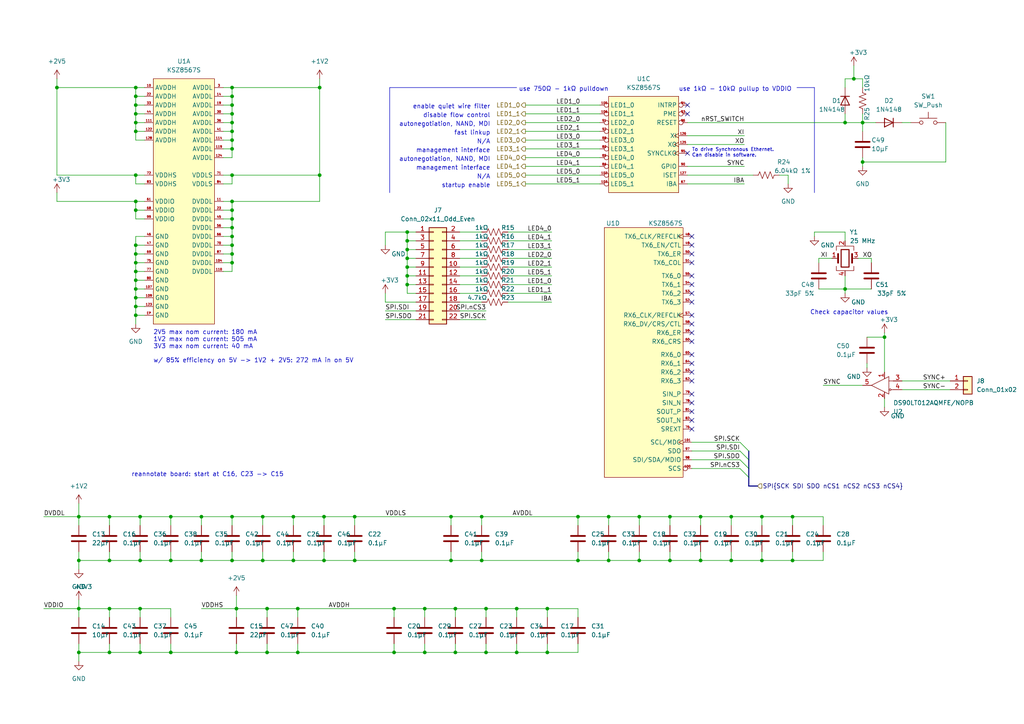
<source format=kicad_sch>
(kicad_sch (version 20230121) (generator eeschema)
  (paper "A4")
  (junction (at 92.71 25.4))
  (junction (at 39.37 33.02))
  (junction (at 76.2 162.56))
  (junction (at 149.86 176.53))
  (junction (at 67.31 58.42))
  (junction (at 176.53 149.86))
  (junction (at 40.64 176.53))
  (junction (at 139.7 149.86))
  (junction (at 39.37 35.56))
  (junction (at 68.58 176.53))
  (junction (at 140.97 189.23))
  (junction (at 67.31 38.1))
  (junction (at 67.31 40.64))
  (junction (at 212.09 149.86))
  (junction (at 132.08 176.53))
  (junction (at 140.97 176.53))
  (junction (at 39.37 50.8))
  (junction (at 118.11 74.93))
  (junction (at 67.31 68.58))
  (junction (at 85.09 149.86))
  (junction (at 67.31 71.12))
  (junction (at 39.37 58.42))
  (junction (at 39.37 27.94))
  (junction (at 118.11 67.31))
  (junction (at 167.64 149.86))
  (junction (at 93.98 149.86))
  (junction (at 229.87 162.56))
  (junction (at 194.31 162.56))
  (junction (at 22.86 189.23))
  (junction (at 58.42 162.56))
  (junction (at 158.75 189.23))
  (junction (at 77.47 176.53))
  (junction (at 132.08 189.23))
  (junction (at 39.37 25.4))
  (junction (at 31.75 176.53))
  (junction (at 39.37 30.48))
  (junction (at 39.37 88.9))
  (junction (at 250.19 46.99))
  (junction (at 39.37 81.28))
  (junction (at 67.31 66.04))
  (junction (at 39.37 71.12))
  (junction (at 67.31 25.4))
  (junction (at 130.81 162.56))
  (junction (at 167.64 162.56))
  (junction (at 185.42 149.86))
  (junction (at 149.86 189.23))
  (junction (at 102.87 162.56))
  (junction (at 114.3 176.53))
  (junction (at 77.47 189.23))
  (junction (at 39.37 60.96))
  (junction (at 67.31 33.02))
  (junction (at 245.11 35.56))
  (junction (at 185.42 162.56))
  (junction (at 118.11 82.55))
  (junction (at 22.86 162.56))
  (junction (at 49.53 149.86))
  (junction (at 118.11 80.01))
  (junction (at 39.37 78.74))
  (junction (at 22.86 176.53))
  (junction (at 67.31 60.96))
  (junction (at 40.64 189.23))
  (junction (at 118.11 72.39))
  (junction (at 40.64 149.86))
  (junction (at 67.31 73.66))
  (junction (at 39.37 83.82))
  (junction (at 86.36 189.23))
  (junction (at 67.31 149.86))
  (junction (at 220.98 162.56))
  (junction (at 86.36 176.53))
  (junction (at 123.19 176.53))
  (junction (at 67.31 35.56))
  (junction (at 58.42 149.86))
  (junction (at 39.37 86.36))
  (junction (at 256.54 97.79))
  (junction (at 139.7 162.56))
  (junction (at 176.53 162.56))
  (junction (at 67.31 27.94))
  (junction (at 31.75 149.86))
  (junction (at 229.87 149.86))
  (junction (at 31.75 189.23))
  (junction (at 93.98 162.56))
  (junction (at 203.2 149.86))
  (junction (at 49.53 162.56))
  (junction (at 130.81 149.86))
  (junction (at 40.64 162.56))
  (junction (at 220.98 149.86))
  (junction (at 22.86 149.86))
  (junction (at 123.19 189.23))
  (junction (at 158.75 176.53))
  (junction (at 39.37 38.1))
  (junction (at 39.37 73.66))
  (junction (at 102.87 149.86))
  (junction (at 245.11 83.82))
  (junction (at 247.65 22.86))
  (junction (at 16.51 25.4))
  (junction (at 67.31 30.48))
  (junction (at 39.37 76.2))
  (junction (at 49.53 189.23))
  (junction (at 212.09 162.56))
  (junction (at 68.58 189.23))
  (junction (at 118.11 77.47))
  (junction (at 76.2 149.86))
  (junction (at 92.71 50.8))
  (junction (at 203.2 162.56))
  (junction (at 67.31 43.18))
  (junction (at 67.31 63.5))
  (junction (at 31.75 162.56))
  (junction (at 85.09 162.56))
  (junction (at 118.11 69.85))
  (junction (at 250.19 35.56))
  (junction (at 114.3 189.23))
  (junction (at 67.31 162.56))
  (junction (at 194.31 149.86))
  (junction (at 67.31 76.2))
  (junction (at 39.37 91.44))
  (junction (at 67.31 50.8))
  (no_connect (at 199.39 30.48))
  (no_connect (at 199.39 33.02))
  (no_connect (at 199.39 44.45))
  (no_connect (at 200.66 71.12))
  (no_connect (at 200.66 68.58))
  (no_connect (at 200.66 76.2))
  (no_connect (at 200.66 80.01))
  (no_connect (at 200.66 124.46))
  (no_connect (at 200.66 73.66))
  (no_connect (at 200.66 110.49))
  (no_connect (at 200.66 114.3))
  (no_connect (at 200.66 116.84))
  (no_connect (at 200.66 119.38))
  (no_connect (at 200.66 121.92))
  (no_connect (at 200.66 96.52))
  (no_connect (at 200.66 99.06))
  (no_connect (at 200.66 102.87))
  (no_connect (at 200.66 105.41))
  (no_connect (at 200.66 107.95))
  (no_connect (at 200.66 82.55))
  (no_connect (at 200.66 85.09))
  (no_connect (at 200.66 87.63))
  (no_connect (at 200.66 91.44))
  (no_connect (at 200.66 93.98))
  (bus_entry (at 214.63 130.81) (size 2.54 2.54))
  (bus_entry (at 214.63 128.27) (size 2.54 2.54))
  (bus_entry (at 214.63 133.35) (size 2.54 2.54))
  (bus_entry (at 214.63 135.89) (size 2.54 2.54))
  (wire (pts (xy 199.39 35.56) (xy 245.11 35.56)))
  (wire (pts (xy 40.64 149.86) (xy 49.53 149.86)))
  (wire (pts (xy 41.91 58.42) (xy 39.37 58.42)))
  (wire (pts (xy 39.37 40.64) (xy 41.91 40.64)))
  (wire (pts (xy 152.4 35.56) (xy 173.99 35.56)))
  (wire (pts (xy 158.75 189.23) (xy 149.86 189.23)))
  (wire (pts (xy 111.76 92.71) (xy 120.65 92.71)))
  (wire (pts (xy 12.7 176.53) (xy 22.86 176.53)))
  (wire (pts (xy 220.98 162.56) (xy 229.87 162.56)))
  (wire (pts (xy 67.31 68.58) (xy 67.31 66.04)))
  (wire (pts (xy 31.75 176.53) (xy 31.75 179.07)))
  (wire (pts (xy 77.47 186.69) (xy 77.47 189.23)))
  (wire (pts (xy 68.58 176.53) (xy 77.47 176.53)))
  (wire (pts (xy 132.08 176.53) (xy 140.97 176.53)))
  (wire (pts (xy 176.53 149.86) (xy 185.42 149.86)))
  (wire (pts (xy 123.19 176.53) (xy 123.19 179.07)))
  (wire (pts (xy 118.11 72.39) (xy 118.11 74.93)))
  (wire (pts (xy 152.4 48.26) (xy 173.99 48.26)))
  (wire (pts (xy 58.42 160.02) (xy 58.42 162.56)))
  (wire (pts (xy 39.37 73.66) (xy 39.37 76.2)))
  (wire (pts (xy 76.2 149.86) (xy 85.09 149.86)))
  (wire (pts (xy 16.51 50.8) (xy 39.37 50.8)))
  (wire (pts (xy 245.11 22.86) (xy 247.65 22.86)))
  (wire (pts (xy 140.97 186.69) (xy 140.97 189.23)))
  (wire (pts (xy 67.31 63.5) (xy 67.31 60.96)))
  (polyline (pts (xy 351.79 71.12) (xy 351.79 69.85)) (stroke (width 0) (type solid) (color 194 0 194 1)))
  (wire (pts (xy 118.11 74.93) (xy 120.65 74.93)))
  (wire (pts (xy 133.35 92.71) (xy 140.97 92.71)))
  (wire (pts (xy 118.11 67.31) (xy 118.11 69.85)))
  (wire (pts (xy 245.11 22.86) (xy 245.11 25.4)))
  (wire (pts (xy 39.37 63.5) (xy 41.91 63.5)))
  (wire (pts (xy 194.31 160.02) (xy 194.31 162.56)))
  (wire (pts (xy 64.77 58.42) (xy 67.31 58.42)))
  (wire (pts (xy 58.42 149.86) (xy 58.42 152.4)))
  (wire (pts (xy 92.71 58.42) (xy 92.71 50.8)))
  (wire (pts (xy 67.31 149.86) (xy 76.2 149.86)))
  (wire (pts (xy 194.31 149.86) (xy 203.2 149.86)))
  (wire (pts (xy 199.39 39.37) (xy 215.9 39.37)))
  (wire (pts (xy 22.86 162.56) (xy 22.86 165.1)))
  (wire (pts (xy 31.75 186.69) (xy 31.75 189.23)))
  (wire (pts (xy 68.58 172.72) (xy 68.58 176.53)))
  (wire (pts (xy 16.51 25.4) (xy 16.51 50.8)))
  (wire (pts (xy 67.31 38.1) (xy 67.31 40.64)))
  (wire (pts (xy 49.53 189.23) (xy 40.64 189.23)))
  (wire (pts (xy 111.76 90.17) (xy 120.65 90.17)))
  (wire (pts (xy 229.87 149.86) (xy 229.87 152.4)))
  (wire (pts (xy 67.31 40.64) (xy 67.31 43.18)))
  (wire (pts (xy 39.37 83.82) (xy 41.91 83.82)))
  (wire (pts (xy 132.08 189.23) (xy 123.19 189.23)))
  (wire (pts (xy 250.19 33.02) (xy 250.19 35.56)))
  (wire (pts (xy 64.77 45.72) (xy 67.31 45.72)))
  (wire (pts (xy 118.11 80.01) (xy 120.65 80.01)))
  (wire (pts (xy 39.37 38.1) (xy 41.91 38.1)))
  (wire (pts (xy 132.08 176.53) (xy 132.08 179.07)))
  (wire (pts (xy 39.37 81.28) (xy 41.91 81.28)))
  (wire (pts (xy 68.58 189.23) (xy 68.58 186.69)))
  (wire (pts (xy 152.4 53.34) (xy 173.99 53.34)))
  (wire (pts (xy 22.86 176.53) (xy 22.86 179.07)))
  (wire (pts (xy 67.31 43.18) (xy 64.77 43.18)))
  (polyline (pts (xy 365.76 69.85) (xy 365.76 71.12)) (stroke (width 0) (type solid) (color 194 0 194 1)))
  (wire (pts (xy 158.75 176.53) (xy 167.64 176.53)))
  (wire (pts (xy 237.49 74.93) (xy 241.3 74.93)))
  (wire (pts (xy 111.76 87.63) (xy 120.65 87.63)))
  (wire (pts (xy 149.86 186.69) (xy 149.86 189.23)))
  (wire (pts (xy 114.3 186.69) (xy 114.3 189.23)))
  (wire (pts (xy 238.76 162.56) (xy 238.76 160.02)))
  (wire (pts (xy 167.64 186.69) (xy 167.64 189.23)))
  (wire (pts (xy 31.75 160.02) (xy 31.75 162.56)))
  (wire (pts (xy 67.31 45.72) (xy 67.31 43.18)))
  (wire (pts (xy 229.87 162.56) (xy 229.87 160.02)))
  (wire (pts (xy 58.42 162.56) (xy 49.53 162.56)))
  (wire (pts (xy 67.31 60.96) (xy 67.31 58.42)))
  (wire (pts (xy 220.98 162.56) (xy 212.09 162.56)))
  (wire (pts (xy 85.09 162.56) (xy 93.98 162.56)))
  (wire (pts (xy 67.31 35.56) (xy 67.31 38.1)))
  (wire (pts (xy 64.77 27.94) (xy 67.31 27.94)))
  (wire (pts (xy 67.31 78.74) (xy 67.31 76.2)))
  (wire (pts (xy 39.37 27.94) (xy 39.37 30.48)))
  (wire (pts (xy 133.35 80.01) (xy 139.7 80.01)))
  (polyline (pts (xy 365.76 71.12) (xy 351.79 71.12)) (stroke (width 0) (type solid) (color 194 0 194 1)))
  (wire (pts (xy 123.19 176.53) (xy 132.08 176.53)))
  (wire (pts (xy 39.37 88.9) (xy 41.91 88.9)))
  (wire (pts (xy 149.86 176.53) (xy 158.75 176.53)))
  (wire (pts (xy 22.86 189.23) (xy 22.86 186.69)))
  (wire (pts (xy 64.77 53.34) (xy 67.31 53.34)))
  (wire (pts (xy 200.66 135.89) (xy 214.63 135.89)))
  (wire (pts (xy 158.75 176.53) (xy 158.75 179.07)))
  (wire (pts (xy 118.11 67.31) (xy 111.76 67.31)))
  (wire (pts (xy 64.77 33.02) (xy 67.31 33.02)))
  (wire (pts (xy 245.11 69.85) (xy 245.11 67.31)))
  (wire (pts (xy 40.64 149.86) (xy 40.64 152.4)))
  (wire (pts (xy 185.42 149.86) (xy 185.42 152.4)))
  (wire (pts (xy 67.31 160.02) (xy 67.31 162.56)))
  (wire (pts (xy 67.31 25.4) (xy 92.71 25.4)))
  (wire (pts (xy 237.49 76.2) (xy 237.49 74.93)))
  (wire (pts (xy 67.31 50.8) (xy 64.77 50.8)))
  (wire (pts (xy 274.32 35.56) (xy 274.32 46.99)))
  (wire (pts (xy 39.37 91.44) (xy 41.91 91.44)))
  (wire (pts (xy 152.4 43.18) (xy 173.99 43.18)))
  (wire (pts (xy 245.11 80.01) (xy 245.11 83.82)))
  (wire (pts (xy 76.2 162.56) (xy 67.31 162.56)))
  (wire (pts (xy 133.35 77.47) (xy 139.7 77.47)))
  (wire (pts (xy 133.35 74.93) (xy 139.7 74.93)))
  (wire (pts (xy 67.31 33.02) (xy 67.31 35.56)))
  (wire (pts (xy 67.31 73.66) (xy 67.31 71.12)))
  (wire (pts (xy 114.3 176.53) (xy 114.3 179.07)))
  (wire (pts (xy 22.86 146.05) (xy 22.86 149.86)))
  (wire (pts (xy 140.97 176.53) (xy 149.86 176.53)))
  (wire (pts (xy 67.31 30.48) (xy 67.31 33.02)))
  (wire (pts (xy 85.09 152.4) (xy 85.09 149.86)))
  (wire (pts (xy 93.98 162.56) (xy 93.98 160.02)))
  (wire (pts (xy 49.53 160.02) (xy 49.53 162.56)))
  (wire (pts (xy 39.37 71.12) (xy 39.37 73.66)))
  (wire (pts (xy 39.37 27.94) (xy 41.91 27.94)))
  (wire (pts (xy 140.97 176.53) (xy 140.97 179.07)))
  (wire (pts (xy 199.39 41.91) (xy 215.9 41.91)))
  (wire (pts (xy 147.32 74.93) (xy 160.02 74.93)))
  (wire (pts (xy 85.09 160.02) (xy 85.09 162.56)))
  (wire (pts (xy 212.09 160.02) (xy 212.09 162.56)))
  (wire (pts (xy 237.49 83.82) (xy 245.11 83.82)))
  (wire (pts (xy 67.31 73.66) (xy 64.77 73.66)))
  (wire (pts (xy 118.11 80.01) (xy 118.11 82.55)))
  (wire (pts (xy 39.37 83.82) (xy 39.37 86.36)))
  (wire (pts (xy 31.75 149.86) (xy 40.64 149.86)))
  (wire (pts (xy 118.11 82.55) (xy 118.11 85.09)))
  (wire (pts (xy 152.4 38.1) (xy 173.99 38.1)))
  (wire (pts (xy 250.19 35.56) (xy 254 35.56)))
  (wire (pts (xy 167.64 189.23) (xy 158.75 189.23)))
  (wire (pts (xy 39.37 73.66) (xy 41.91 73.66)))
  (wire (pts (xy 67.31 25.4) (xy 67.31 27.94)))
  (wire (pts (xy 229.87 149.86) (xy 220.98 149.86)))
  (wire (pts (xy 85.09 162.56) (xy 76.2 162.56)))
  (wire (pts (xy 67.31 162.56) (xy 58.42 162.56)))
  (wire (pts (xy 67.31 66.04) (xy 64.77 66.04)))
  (wire (pts (xy 226.06 50.8) (xy 228.6 50.8)))
  (wire (pts (xy 167.64 149.86) (xy 167.64 152.4)))
  (wire (pts (xy 245.11 85.09) (xy 245.11 83.82)))
  (wire (pts (xy 16.51 22.86) (xy 16.51 25.4)))
  (wire (pts (xy 236.22 67.31) (xy 236.22 68.58)))
  (wire (pts (xy 39.37 78.74) (xy 41.91 78.74)))
  (wire (pts (xy 130.81 149.86) (xy 139.7 149.86)))
  (wire (pts (xy 140.97 189.23) (xy 132.08 189.23)))
  (wire (pts (xy 39.37 76.2) (xy 41.91 76.2)))
  (wire (pts (xy 147.32 69.85) (xy 160.02 69.85)))
  (wire (pts (xy 49.53 162.56) (xy 40.64 162.56)))
  (wire (pts (xy 40.64 160.02) (xy 40.64 162.56)))
  (wire (pts (xy 39.37 33.02) (xy 39.37 35.56)))
  (wire (pts (xy 123.19 189.23) (xy 114.3 189.23)))
  (wire (pts (xy 64.77 30.48) (xy 67.31 30.48)))
  (wire (pts (xy 86.36 186.69) (xy 86.36 189.23)))
  (wire (pts (xy 200.66 130.81) (xy 214.63 130.81)))
  (wire (pts (xy 39.37 50.8) (xy 41.91 50.8)))
  (wire (pts (xy 139.7 162.56) (xy 167.64 162.56)))
  (wire (pts (xy 102.87 152.4) (xy 102.87 149.86)))
  (wire (pts (xy 147.32 87.63) (xy 160.02 87.63)))
  (wire (pts (xy 176.53 160.02) (xy 176.53 162.56)))
  (wire (pts (xy 76.2 149.86) (xy 76.2 152.4)))
  (wire (pts (xy 194.31 162.56) (xy 185.42 162.56)))
  (wire (pts (xy 264.16 35.56) (xy 261.62 35.56)))
  (wire (pts (xy 16.51 55.88) (xy 16.51 58.42)))
  (wire (pts (xy 41.91 68.58) (xy 39.37 68.58)))
  (wire (pts (xy 133.35 90.17) (xy 140.97 90.17)))
  (wire (pts (xy 49.53 149.86) (xy 58.42 149.86)))
  (wire (pts (xy 158.75 186.69) (xy 158.75 189.23)))
  (wire (pts (xy 16.51 25.4) (xy 39.37 25.4)))
  (wire (pts (xy 245.11 35.56) (xy 250.19 35.56)))
  (wire (pts (xy 39.37 58.42) (xy 39.37 60.96)))
  (wire (pts (xy 139.7 149.86) (xy 167.64 149.86)))
  (wire (pts (xy 118.11 72.39) (xy 120.65 72.39)))
  (wire (pts (xy 139.7 160.02) (xy 139.7 162.56)))
  (bus (pts (xy 217.17 140.97) (xy 219.71 140.97)))
  (polyline (pts (xy 236.22 25.4) (xy 236.22 55.88)))
  (wire (pts (xy 64.77 76.2) (xy 67.31 76.2)))
  (wire (pts (xy 49.53 149.86) (xy 49.53 152.4)))
  (wire (pts (xy 245.11 67.31) (xy 236.22 67.31)))
  (wire (pts (xy 247.65 22.86) (xy 250.19 22.86)))
  (wire (pts (xy 247.65 19.05) (xy 247.65 22.86)))
  (wire (pts (xy 86.36 176.53) (xy 86.36 179.07)))
  (wire (pts (xy 147.32 85.09) (xy 160.02 85.09)))
  (wire (pts (xy 92.71 25.4) (xy 92.71 50.8)))
  (wire (pts (xy 31.75 162.56) (xy 22.86 162.56)))
  (wire (pts (xy 118.11 77.47) (xy 120.65 77.47)))
  (wire (pts (xy 111.76 67.31) (xy 111.76 71.12)))
  (wire (pts (xy 31.75 189.23) (xy 22.86 189.23)))
  (wire (pts (xy 93.98 149.86) (xy 85.09 149.86)))
  (wire (pts (xy 102.87 149.86) (xy 130.81 149.86)))
  (wire (pts (xy 39.37 30.48) (xy 39.37 33.02)))
  (polyline (pts (xy 149.86 25.4) (xy 113.03 25.4)))
  (wire (pts (xy 67.31 149.86) (xy 67.31 152.4)))
  (wire (pts (xy 64.77 40.64) (xy 67.31 40.64)))
  (wire (pts (xy 39.37 33.02) (xy 41.91 33.02)))
  (wire (pts (xy 31.75 176.53) (xy 40.64 176.53)))
  (wire (pts (xy 114.3 176.53) (xy 123.19 176.53)))
  (bus (pts (xy 217.17 135.89) (xy 217.17 138.43)))
  (wire (pts (xy 67.31 71.12) (xy 64.77 71.12)))
  (wire (pts (xy 86.36 176.53) (xy 114.3 176.53)))
  (wire (pts (xy 40.64 189.23) (xy 31.75 189.23)))
  (wire (pts (xy 40.64 186.69) (xy 40.64 189.23)))
  (wire (pts (xy 238.76 149.86) (xy 229.87 149.86)))
  (wire (pts (xy 39.37 88.9) (xy 39.37 91.44)))
  (wire (pts (xy 133.35 72.39) (xy 139.7 72.39)))
  (wire (pts (xy 39.37 86.36) (xy 41.91 86.36)))
  (wire (pts (xy 67.31 58.42) (xy 92.71 58.42)))
  (wire (pts (xy 67.31 71.12) (xy 67.31 68.58)))
  (wire (pts (xy 167.64 160.02) (xy 167.64 162.56)))
  (wire (pts (xy 102.87 162.56) (xy 102.87 160.02)))
  (wire (pts (xy 250.19 46.99) (xy 250.19 48.26)))
  (wire (pts (xy 152.4 45.72) (xy 173.99 45.72)))
  (wire (pts (xy 139.7 162.56) (xy 130.81 162.56)))
  (wire (pts (xy 199.39 50.8) (xy 218.44 50.8)))
  (wire (pts (xy 40.64 162.56) (xy 31.75 162.56)))
  (wire (pts (xy 185.42 160.02) (xy 185.42 162.56)))
  (wire (pts (xy 49.53 186.69) (xy 49.53 189.23)))
  (wire (pts (xy 149.86 189.23) (xy 140.97 189.23)))
  (wire (pts (xy 22.86 173.99) (xy 22.86 176.53)))
  (polyline (pts (xy 322.58 64.77) (xy 336.55 64.77)) (stroke (width 0) (type solid) (color 194 0 194 1)))
  (wire (pts (xy 133.35 69.85) (xy 139.7 69.85)))
  (wire (pts (xy 261.62 110.49) (xy 275.59 110.49)))
  (wire (pts (xy 250.19 35.56) (xy 250.19 38.1)))
  (wire (pts (xy 118.11 82.55) (xy 120.65 82.55)))
  (wire (pts (xy 256.54 97.79) (xy 256.54 107.95)))
  (wire (pts (xy 67.31 68.58) (xy 64.77 68.58)))
  (wire (pts (xy 68.58 176.53) (xy 68.58 179.07)))
  (wire (pts (xy 39.37 86.36) (xy 39.37 88.9)))
  (wire (pts (xy 76.2 160.02) (xy 76.2 162.56)))
  (wire (pts (xy 64.77 25.4) (xy 67.31 25.4)))
  (wire (pts (xy 39.37 91.44) (xy 39.37 93.98)))
  (wire (pts (xy 39.37 60.96) (xy 41.91 60.96)))
  (wire (pts (xy 67.31 66.04) (xy 67.31 63.5)))
  (wire (pts (xy 133.35 67.31) (xy 139.7 67.31)))
  (wire (pts (xy 199.39 53.34) (xy 215.9 53.34)))
  (wire (pts (xy 133.35 87.63) (xy 139.7 87.63)))
  (wire (pts (xy 133.35 82.55) (xy 139.7 82.55)))
  (wire (pts (xy 67.31 53.34) (xy 67.31 50.8)))
  (wire (pts (xy 93.98 162.56) (xy 102.87 162.56)))
  (wire (pts (xy 203.2 149.86) (xy 212.09 149.86)))
  (wire (pts (xy 199.39 48.26) (xy 215.9 48.26)))
  (wire (pts (xy 39.37 76.2) (xy 39.37 78.74)))
  (wire (pts (xy 77.47 176.53) (xy 77.47 179.07)))
  (wire (pts (xy 39.37 35.56) (xy 41.91 35.56)))
  (wire (pts (xy 58.42 149.86) (xy 67.31 149.86)))
  (wire (pts (xy 250.19 45.72) (xy 250.19 46.99)))
  (wire (pts (xy 40.64 176.53) (xy 40.64 179.07)))
  (wire (pts (xy 49.53 176.53) (xy 49.53 179.07)))
  (wire (pts (xy 256.54 115.57) (xy 256.54 118.11)))
  (wire (pts (xy 39.37 78.74) (xy 39.37 81.28)))
  (wire (pts (xy 245.11 33.02) (xy 245.11 35.56)))
  (wire (pts (xy 118.11 69.85) (xy 118.11 72.39)))
  (wire (pts (xy 77.47 189.23) (xy 68.58 189.23)))
  (wire (pts (xy 58.42 176.53) (xy 68.58 176.53)))
  (wire (pts (xy 67.31 27.94) (xy 67.31 30.48)))
  (wire (pts (xy 133.35 85.09) (xy 139.7 85.09)))
  (wire (pts (xy 39.37 53.34) (xy 39.37 50.8)))
  (wire (pts (xy 39.37 71.12) (xy 41.91 71.12)))
  (wire (pts (xy 194.31 149.86) (xy 194.31 152.4)))
  (wire (pts (xy 39.37 25.4) (xy 39.37 27.94)))
  (wire (pts (xy 220.98 152.4) (xy 220.98 149.86)))
  (polyline (pts (xy 231.14 25.4) (xy 236.22 25.4)))
  (wire (pts (xy 228.6 50.8) (xy 228.6 53.34)))
  (wire (pts (xy 152.4 50.8) (xy 173.99 50.8)))
  (polyline (pts (xy 351.79 69.85) (xy 365.76 69.85)) (stroke (width 0) (type solid) (color 194 0 194 1)))
  (wire (pts (xy 64.77 78.74) (xy 67.31 78.74)))
  (wire (pts (xy 16.51 58.42) (xy 39.37 58.42)))
  (wire (pts (xy 212.09 149.86) (xy 212.09 152.4)))
  (wire (pts (xy 118.11 77.47) (xy 118.11 80.01)))
  (wire (pts (xy 212.09 149.86) (xy 220.98 149.86)))
  (wire (pts (xy 67.31 50.8) (xy 92.71 50.8)))
  (wire (pts (xy 167.64 149.86) (xy 176.53 149.86)))
  (wire (pts (xy 64.77 35.56) (xy 67.31 35.56)))
  (wire (pts (xy 49.53 189.23) (xy 68.58 189.23)))
  (wire (pts (xy 118.11 74.93) (xy 118.11 77.47)))
  (wire (pts (xy 147.32 82.55) (xy 160.02 82.55)))
  (polyline (pts (xy 336.55 67.31) (xy 322.58 67.31)) (stroke (width 0) (type solid) (color 194 0 194 1)))
  (wire (pts (xy 123.19 186.69) (xy 123.19 189.23)))
  (wire (pts (xy 22.86 149.86) (xy 31.75 149.86)))
  (polyline (pts (xy 336.55 64.77) (xy 336.55 67.31)) (stroke (width 0) (type solid) (color 194 0 194 1)))
  (wire (pts (xy 39.37 81.28) (xy 39.37 83.82)))
  (wire (pts (xy 39.37 38.1) (xy 39.37 40.64)))
  (wire (pts (xy 39.37 30.48) (xy 41.91 30.48)))
  (wire (pts (xy 22.86 149.86) (xy 22.86 152.4)))
  (wire (pts (xy 41.91 25.4) (xy 39.37 25.4)))
  (wire (pts (xy 261.62 113.03) (xy 275.59 113.03)))
  (wire (pts (xy 245.11 83.82) (xy 252.73 83.82)))
  (polyline (pts (xy 113.03 25.4) (xy 113.03 55.88)))
  (wire (pts (xy 120.65 67.31) (xy 118.11 67.31)))
  (wire (pts (xy 212.09 162.56) (xy 203.2 162.56)))
  (wire (pts (xy 102.87 162.56) (xy 130.81 162.56)))
  (wire (pts (xy 86.36 189.23) (xy 77.47 189.23)))
  (wire (pts (xy 92.71 25.4) (xy 92.71 22.86)))
  (polyline (pts (xy 322.58 67.31) (xy 322.58 64.77)) (stroke (width 0) (type solid) (color 194 0 194 1)))
  (wire (pts (xy 118.11 85.09) (xy 120.65 85.09)))
  (wire (pts (xy 252.73 74.93) (xy 252.73 76.2)))
  (wire (pts (xy 77.47 176.53) (xy 86.36 176.53)))
  (wire (pts (xy 250.19 22.86) (xy 250.19 25.4)))
  (wire (pts (xy 39.37 60.96) (xy 39.37 63.5)))
  (wire (pts (xy 203.2 149.86) (xy 203.2 152.4)))
  (wire (pts (xy 130.81 160.02) (xy 130.81 162.56)))
  (wire (pts (xy 167.64 179.07) (xy 167.64 176.53)))
  (bus (pts (xy 217.17 133.35) (xy 217.17 135.89)))
  (wire (pts (xy 93.98 149.86) (xy 93.98 152.4)))
  (wire (pts (xy 139.7 149.86) (xy 139.7 152.4)))
  (wire (pts (xy 39.37 68.58) (xy 39.37 71.12)))
  (wire (pts (xy 118.11 69.85) (xy 120.65 69.85)))
  (wire (pts (xy 12.7 149.86) (xy 22.86 149.86)))
  (wire (pts (xy 41.91 53.34) (xy 39.37 53.34)))
  (wire (pts (xy 147.32 80.01) (xy 160.02 80.01)))
  (wire (pts (xy 203.2 162.56) (xy 194.31 162.56)))
  (wire (pts (xy 39.37 35.56) (xy 39.37 38.1)))
  (wire (pts (xy 111.76 85.09) (xy 111.76 87.63)))
  (wire (pts (xy 147.32 77.47) (xy 160.02 77.47)))
  (wire (pts (xy 238.76 111.76) (xy 250.19 111.76)))
  (wire (pts (xy 152.4 40.64) (xy 173.99 40.64)))
  (wire (pts (xy 147.32 67.31) (xy 160.02 67.31)))
  (wire (pts (xy 152.4 30.48) (xy 173.99 30.48)))
  (wire (pts (xy 149.86 176.53) (xy 149.86 179.07)))
  (bus (pts (xy 217.17 138.43) (xy 217.17 140.97)))
  (wire (pts (xy 251.46 106.68) (xy 251.46 105.41)))
  (wire (pts (xy 248.92 74.93) (xy 252.73 74.93)))
  (wire (pts (xy 176.53 149.86) (xy 176.53 152.4)))
  (wire (pts (xy 22.86 176.53) (xy 31.75 176.53)))
  (wire (pts (xy 185.42 149.86) (xy 194.31 149.86)))
  (wire (pts (xy 31.75 149.86) (xy 31.75 152.4)))
  (wire (pts (xy 147.32 72.39) (xy 160.02 72.39)))
  (wire (pts (xy 176.53 162.56) (xy 167.64 162.56)))
  (wire (pts (xy 229.87 162.56) (xy 238.76 162.56)))
  (wire (pts (xy 130.81 149.86) (xy 130.81 152.4)))
  (wire (pts (xy 22.86 162.56) (xy 22.86 160.02)))
  (wire (pts (xy 200.66 128.27) (xy 214.63 128.27)))
  (wire (pts (xy 220.98 160.02) (xy 220.98 162.56)))
  (wire (pts (xy 86.36 189.23) (xy 114.3 189.23)))
  (wire (pts (xy 67.31 63.5) (xy 64.77 63.5)))
  (wire (pts (xy 185.42 162.56) (xy 176.53 162.56)))
  (wire (pts (xy 64.77 38.1) (xy 67.31 38.1)))
  (wire (pts (xy 132.08 186.69) (xy 132.08 189.23)))
  (wire (pts (xy 102.87 149.86) (xy 93.98 149.86)))
  (wire (pts (xy 40.64 176.53) (xy 49.53 176.53)))
  (bus (pts (xy 217.17 130.81) (xy 217.17 133.35)))
  (wire (pts (xy 22.86 189.23) (xy 22.86 191.77)))
  (wire (pts (xy 67.31 60.96) (xy 64.77 60.96)))
  (wire (pts (xy 200.66 133.35) (xy 214.63 133.35)))
  (wire (pts (xy 238.76 152.4) (xy 238.76 149.86)))
  (wire (pts (xy 256.54 96.52) (xy 256.54 97.79)))
  (wire (pts (xy 67.31 76.2) (xy 67.31 73.66)))
  (wire (pts (xy 251.46 97.79) (xy 256.54 97.79)))
  (wire (pts (xy 152.4 33.02) (xy 173.99 33.02)))
  (wire (pts (xy 203.2 160.02) (xy 203.2 162.56)))
  (wire (pts (xy 274.32 46.99) (xy 250.19 46.99)))
  (text "autonegotiation, NAND, MDI" (at 142.24 36.83 0) (effects (font (size 1.27 1.27)) (justify right bottom)))
  (text "N/A" (at 142.24 41.91 0) (effects (font (size 1.27 1.27)) (justify right bottom)))
  (text "management interface" (at 142.24 44.45 0) (effects (font (size 1.27 1.27)) (justify right bottom)))
  (text "fast linkup" (at 142.24 39.37 0) (effects (font (size 1.27 1.27)) (justify right bottom)))
  (text "management interface" (at 142.24 49.53 0) (effects (font (size 1.27 1.27)) (justify right bottom)))
  (text "Pin				State 0 (active low)		State 1 (default)\n———————————————————————————————————————————————————————————\nLED1_0			en quiet wire			<= not\nLED1_1			dis flow cont.			<= not\nLED2_1			en fast linkup			<= not\nLED5_1			switch startup disabled	<= not\n\nPairs\n———————————————————————————————————————————————————————————\nLED2_0/LED4_0	if LED2_1 == 1\n					0/0: reserved\n					0/1: autoneg. disabled; force 100 Mbps, half duplex; Auto-MDI-X on\n					1/0: NAND tree test mode\n					1/1: autoneg. enabled (default)\n				if LED2_1 == 0\n					0/x: MDI-X mode\n					1/x: MDI mode\nLED4_1/LED3_1	sets management interface mode:\n				0/0: MIIM (MDIO)\n				0/1: I2C\n				1/0: SPI (default)\n\n\n" (at 303.53 107.95 0) (effects (font (size 1.27 1.27)) (justify left bottom)))
  (text "reannotate board: start at C16, C23 -> C15" (at 38.1 138.43 0) (effects (font (size 1.27 1.27)) (justify left bottom)))
  (text "disable flow control" (at 142.24 34.29 0) (effects (font (size 1.27 1.27)) (justify right bottom)))
  (text "2V5 max nom current: 180 mA\n1V2 max nom current: 505 mA\n3V3 max nom current: 40 mA\n\nw/ 85% efficiency on 5V -> 1V2 + 2V5: 272 mA in on 5V\n" (at 44.45 105.41 0) (effects (font (size 1.27 1.27)) (justify left bottom)))
  (text "Usage:\n- enable quiet wire filtering. read more about these settings.\n- maybe disable flow control? don't want to get PAUSEd in flight.\n- don't enable fast linkup. need other end of link to do the same for any benefit.\n\n- use 25 MHz clock.\n\n- watch for \"broadcast storm\" settings. shouldn't receive broadcast packets but don't let this get in the way of high-rate GS uplink.\n- can assign static MAC addresses to ports.\n- can filter packets by source or destination IPv4 address or TCP/UDP port. see ACL filtering.\n- can implement IEEE 1588 Precision Time Protocol! see if RPi supports this for sync---one less wire. inject signal on switch GPIO to get it timestamped.\n- consider board features for NAND tree test (of solder connections).\n- setup in-band management (IBA) with jumper and use SPI to configure a PHY port (from default port 7) for IBA use.\n- find a way to get all rail voltages up at the same time.\n\n- PME pin is intended to wake a system when communication detected. Don't use. \n- INTRP pin is just used for NAND tree test.\n\n- switch has 256 kB packet buffer shared for all ports. \n\n- read more about VLAN." (at 303.53 55.88 0) (effects (font (size 1.27 1.27)) (justify left bottom)))
  (text "To drive Synchronous Ethernet. \nCan disable in software." (at 200.66 45.72 0) (effects (font (size 1 1)) (justify left bottom)))
  (text "autonegotiation, NAND, MDI" (at 142.24 46.99 0) (effects (font (size 1.27 1.27)) (justify right bottom)))
  (text "N/A" (at 142.24 52.07 0) (effects (font (size 1.27 1.27)) (justify right bottom)))
  (text "use 750Ω - 1kΩ pulldown" (at 176.53 26.67 0) (effects (font (size 1.27 1.27)) (justify right bottom)))
  (text "enable quiet wire filter" (at 142.24 31.75 0) (effects (font (size 1.27 1.27)) (justify right bottom)))
  (text "use 1kΩ - 10kΩ pullup to VDDIO" (at 196.85 26.67 0) (effects (font (size 1.27 1.27)) (justify left bottom)))
  (text "Check capacitor values" (at 234.95 91.44 0) (effects (font (size 1.27 1.27)) (justify left bottom)))
  (text "startup enable" (at 142.24 54.61 0) (effects (font (size 1.27 1.27)) (justify right bottom)))
  (label "LED3_1" (at 161.29 43.18 0))
  (label "LED1_0" (at 161.29 30.48 0))
  (label "SPI.SDI" (at 214.63 130.81 180))
  (label "LED3_1" (at 160.02 72.39 180))
  (label "LED4_0" (at 161.29 45.72 0))
  (label "LED4_1" (at 160.02 69.85 180))
  (label "IBA" (at 215.9 53.34 180))
  (label "SYNC" (at 238.76 111.76 0))
  (label "VDDLS" (at 111.76 149.86 0))
  (label "XO" (at 215.9 41.91 180))
  (label "LED3_0" (at 161.29 40.64 0))
  (label "XO" (at 250.19 74.93 0))
  (label "LED5_1" (at 161.29 53.34 0))
  (label "nRST_SWITCH" (at 215.9 35.56 180))
  (label "LED2_0" (at 160.02 74.93 180))
  (label "LED1_0" (at 160.02 82.55 180))
  (label "LED2_0" (at 161.29 35.56 0))
  (label "IBA" (at 160.02 87.63 180))
  (label "LED2_1" (at 161.29 38.1 0))
  (label "XI" (at 240.03 74.93 180))
  (label "LED4_1" (at 161.29 48.26 0))
  (label "LED5_0" (at 161.29 50.8 0))
  (label "LED5_1" (at 160.02 80.01 180))
  (label "LED1_1" (at 160.02 85.09 180))
  (label "DVDDL" (at 12.7 149.86 0))
  (label "SPI.SDO" (at 111.76 92.71 0))
  (label "SPI.SDO" (at 214.63 133.35 180))
  (label "AVDDL" (at 148.59 149.86 0))
  (label "SPI.nCS3" (at 214.63 135.89 180))
  (label "LED1_1" (at 161.29 33.02 0))
  (label "AVDDH" (at 95.25 176.53 0))
  (label "SPI.SCK" (at 140.97 92.71 180))
  (label "SPI.nCS3" (at 140.97 90.17 180))
  (label "SYNC+" (at 274.32 110.49 180))
  (label "SPI.SDI" (at 111.76 90.17 0))
  (label "XI" (at 215.9 39.37 180))
  (label "LED4_0" (at 160.02 67.31 180))
  (label "VDDHS" (at 58.42 176.53 0))
  (label "SYNC" (at 215.9 48.26 180))
  (label "SPI.SCK" (at 214.63 128.27 180))
  (label "SYNC-" (at 274.32 113.03 180))
  (label "LED2_1" (at 160.02 77.47 180))
  (label "VDDIO" (at 12.7 176.53 0))
  (hierarchical_label "LED3_1" (shape output) (at 152.4 43.18 180))
  (hierarchical_label "LED5_1" (shape output) (at 152.4 53.34 180))
  (hierarchical_label "LED3_0" (shape output) (at 152.4 40.64 180))
  (hierarchical_label "LED2_1" (shape output) (at 152.4 38.1 180))
  (hierarchical_label "LED4_0" (shape output) (at 152.4 45.72 180))
  (hierarchical_label "LED4_1" (shape output) (at 152.4 48.26 180))
  (hierarchical_label "LED1_0" (shape output) (at 152.4 30.48 180))
  (hierarchical_label "LED1_1" (shape output) (at 152.4 33.02 180))
  (hierarchical_label "LED5_0" (shape output) (at 152.4 50.8 180))
  (hierarchical_label "LED2_0" (shape output) (at 152.4 35.56 180))
  (hierarchical_label "SPI{SCK SDI SDO nCS1 nCS2 nCS3 nCS4}" (shape input) (at 219.71 140.97 0))
  (symbol (lib_id "Device:R_US") (at 143.51 80.01 90) (unit 1)
    (property "Reference" "R20" (at 147.32 78.74 90))
    (property "Value" "1kΩ" (at 139.7 78.74 90))
    (property "Footprint" "Resistor_SMD:R_0402_1005Metric" (effects hide))
  )
  (symbol (lib_id "Device:C") (at 167.64 182.88 180) (unit 1)
    (property "Reference" "C31" (at 171.45 181.6099 0) (effects (justify right)))
    (property "Value" "0.1µF" (at 171.45 184.1499 0) (effects (justify right)))
    (property "Footprint" "Capacitor_SMD:C_0402_1005Metric" (effects hide))
  )
  (symbol (lib_id "Device:C") (at 238.76 156.21 180) (unit 1)
    (property "Reference" "C28" (at 242.57 154.9399 0) (effects (justify right)))
    (property "Value" "0.1µF" (at 242.57 157.4799 0) (effects (justify right)))
    (property "Footprint" "Capacitor_SMD:C_0402_1005Metric" (effects hide))
  )
  (symbol (lib_id "Device:C") (at 132.08 182.88 180) (unit 1)
    (property "Reference" "C27" (at 135.89 181.6099 0) (effects (justify right)))
    (property "Value" "0.1µF" (at 135.89 184.1499 0) (effects (justify right)))
    (property "Footprint" "Capacitor_SMD:C_0402_1005Metric" (effects hide))
  )
  (symbol (lib_id "Device:C") (at 251.46 101.6 180) (unit 1)
    (property "Reference" "C50" (at 242.57 100.33 0) (effects (justify right)))
    (property "Value" "0.1µF" (at 242.57 102.87 0) (effects (justify right)))
    (property "Footprint" "Capacitor_SMD:C_0402_1005Metric" (effects hide))
  )
  (symbol (lib_id "Device:C") (at 220.98 156.21 180) (unit 1)
    (property "Reference" "C21" (at 224.79 154.9399 0) (effects (justify right)))
    (property "Value" "0.1µF" (at 224.79 157.4799 0) (effects (justify right)))
    (property "Footprint" "Capacitor_SMD:C_0402_1005Metric" (effects hide))
  )
  (symbol (lib_id "power:+3V3") (at 247.65 19.05 0) (unit 1)
    (property "Reference" "#PWR034" (effects hide))
    (property "Value" "+3V3" (at 248.92 15.24 0))
  )
  (symbol (lib_id "power:+1V2") (at 92.71 22.86 0) (unit 1)
    (property "Reference" "#PWR028" (effects hide))
    (property "Value" "+1V2" (at 92.71 17.78 0))
  )
  (symbol (lib_id "Device:R_US") (at 143.51 77.47 90) (unit 1)
    (property "Reference" "R19" (at 147.32 76.2 90))
    (property "Value" "1kΩ" (at 139.7 76.2 90))
    (property "Footprint" "Resistor_SMD:R_0402_1005Metric" (effects hide))
  )
  (symbol (lib_id "Device:C") (at 102.87 156.21 180) (unit 1)
    (property "Reference" "C22" (at 106.68 154.9399 0) (effects (justify right)))
    (property "Value" "0.1µF" (at 106.68 157.4799 0) (effects (justify right)))
    (property "Footprint" "Capacitor_SMD:C_0402_1005Metric" (effects hide))
  )
  (symbol (lib_id "Interface_Ethernet:KSZ8567S") (at 186.69 66.04 0) (unit 4)
    (property "Reference" "U1" (at 177.8 64.77 0))
    (property "Value" "KSZ8567S" (at 193.04 64.77 0))
    (property "Footprint" "Package_QFP:TQFP-128-1EP_14x14mm_P0.4mm" (effects hide))
    (property "Datasheet" "https://ww1.microchip.com/downloads/aemDocuments/documents/OTH/ProductDocuments/DataSheets/KSZ8567S-Data-Sheet-DS00002391C.pdf" (effects hide))
    (property "Digikey" "KSZ8567RTXI-CT-ND" (effects hide))
  )
  (symbol (lib_id "Device:R_US") (at 250.19 29.21 180) (unit 1)
    (property "Reference" "R25" (at 251.46 33.02 90))
    (property "Value" "10kΩ" (at 251.46 24.13 90))
    (property "Footprint" "Resistor_SMD:R_0603_1608Metric" (effects hide))
  )
  (symbol (lib_id "Device:R_US") (at 143.51 87.63 90) (unit 1)
    (property "Reference" "R23" (at 147.32 86.36 90))
    (property "Value" "4.7kΩ" (at 138.43 86.36 90))
    (property "Footprint" "Resistor_SMD:R_0402_1005Metric" (effects hide))
  )
  (symbol (lib_id "Device:Crystal_GND24") (at 245.11 74.93 0) (unit 1)
    (property "Reference" "Y1" (at 247.65 67.31 0))
    (property "Value" "25 MHz" (at 250.19 69.85 0))
    (property "Footprint" "Crystal:Crystal_SMD_2016-4Pin_2.0x1.6mm" (effects hide))
    (property "Datasheet" "https://ecsxtal.com/store/pdf/ECX-1637B2.pdf" (effects hide))
    (property "Digikey" "50-ECS-250-10-37B2-CWN-TRCT-ND" (effects hide))
  )
  (symbol (lib_id "power:+2V5") (at 68.58 172.72 0) (unit 1)
    (property "Reference" "#PWR027" (effects hide))
    (property "Value" "+2V5" (at 68.58 167.64 0))
  )
  (symbol (lib_id "Connector_Generic:Conn_01x02") (at 280.67 110.49 0) (unit 1)
    (property "Reference" "J8" (at 283.21 110.4899 0) (effects (justify left)))
    (property "Value" "Conn_01x02" (at 283.21 113.0299 0) (effects (justify left)))
    (property "Footprint" "Connector_PinSocket_2.54mm:PinSocket_1x02_P2.54mm_Vertical" (effects hide))
  )
  (symbol (lib_id "Device:C") (at 77.47 182.88 180) (unit 1)
    (property "Reference" "C47" (at 81.28 181.6099 0) (effects (justify right)))
    (property "Value" "0.1µF" (at 81.28 184.1499 0) (effects (justify right)))
    (property "Footprint" "Capacitor_SMD:C_0402_1005Metric" (effects hide))
  )
  (symbol (lib_id "Device:C") (at 158.75 182.88 180) (unit 1)
    (property "Reference" "C17" (at 162.56 181.6099 0) (effects (justify right)))
    (property "Value" "0.1µF" (at 162.56 184.1499 0) (effects (justify right)))
    (property "Footprint" "Capacitor_SMD:C_0402_1005Metric" (effects hide))
  )
  (symbol (lib_id "Device:C") (at 252.73 80.01 180) (unit 1)
    (property "Reference" "C51" (at 257.81 82.55 0) (effects (justify left)))
    (property "Value" "33pF 5%" (at 262.89 85.09 0) (effects (justify left)))
    (property "Footprint" "Capacitor_SMD:C_0603_1608Metric" (effects hide))
  )
  (symbol (lib_id "Device:C") (at 140.97 182.88 180) (unit 1)
    (property "Reference" "C23" (at 144.78 181.6099 0) (effects (justify right)))
    (property "Value" "0.1µF" (at 144.78 184.1499 0) (effects (justify right)))
    (property "Footprint" "Capacitor_SMD:C_0402_1005Metric" (effects hide))
  )
  (symbol (lib_id "power:GND") (at 111.76 71.12 0) (unit 1)
    (property "Reference" "#PWR029" (effects hide))
    (property "Value" "GND" (at 115.57 73.66 0))
  )
  (symbol (lib_id "power:+3V3") (at 256.54 96.52 0) (unit 1)
    (property "Reference" "#PWR037" (effects hide))
    (property "Value" "+3V3" (at 257.81 92.71 0))
  )
  (symbol (lib_id "Device:C") (at 31.75 156.21 180) (unit 1)
    (property "Reference" "C16" (at 35.56 154.9399 0) (effects (justify right)))
    (property "Value" "0.1µF" (at 35.56 157.4799 0) (effects (justify right)))
    (property "Footprint" "Capacitor_SMD:C_0402_1005Metric" (effects hide))
  )
  (symbol (lib_id "Device:C") (at 68.58 182.88 180) (unit 1)
    (property "Reference" "C15" (at 72.39 181.6099 0) (effects (justify right)))
    (property "Value" "22µF" (at 72.39 184.1499 0) (effects (justify right)))
    (property "Footprint" "Capacitor_SMD:C_0805_2012Metric" (effects hide))
  )
  (symbol (lib_id "Diode:1N4148") (at 245.11 29.21 270) (unit 1)
    (property "Reference" "D1" (at 241.3 29.21 90) (effects (justify left)))
    (property "Value" "1N4148" (at 237.49 31.75 90) (effects (justify left)))
    (property "Footprint" "Diode_SMD:D_SOD-323" (effects hide))
    (property "Datasheet" "https://assets.nexperia.com/documents/data-sheet/1N4148_1N4448.pdf" (effects hide))
  )
  (symbol (lib_id "Device:C") (at 40.64 156.21 180) (unit 1)
    (property "Reference" "C36" (at 44.45 154.9399 0) (effects (justify right)))
    (property "Value" "0.1µF" (at 44.45 157.4799 0) (effects (justify right)))
    (property "Footprint" "Capacitor_SMD:C_0402_1005Metric" (effects hide))
  )
  (symbol (lib_id "Device:C") (at 22.86 156.21 180) (unit 1)
    (property "Reference" "C13" (at 26.67 154.9399 0) (effects (justify right)))
    (property "Value" "22µF" (at 26.67 157.4799 0) (effects (justify right)))
    (property "Footprint" "Capacitor_SMD:C_0805_2012Metric" (effects hide))
  )
  (symbol (lib_id "power:GND") (at 22.86 165.1 0) (unit 1)
    (property "Reference" "#PWR023" (effects hide))
    (property "Value" "GND" (at 22.86 170.18 0))
  )
  (symbol (lib_id "Device:C") (at 86.36 182.88 180) (unit 1)
    (property "Reference" "C40" (at 90.17 181.6099 0) (effects (justify right)))
    (property "Value" "0.1µF" (at 90.17 184.1499 0) (effects (justify right)))
    (property "Footprint" "Capacitor_SMD:C_0402_1005Metric" (effects hide))
  )
  (symbol (lib_id "power:+1V2") (at 22.86 146.05 0) (unit 1)
    (property "Reference" "#PWR022" (effects hide))
    (property "Value" "+1V2" (at 22.86 140.97 0))
  )
  (symbol (lib_id "Device:C") (at 93.98 156.21 180) (unit 1)
    (property "Reference" "C46" (at 97.79 154.9399 0) (effects (justify right)))
    (property "Value" "0.1µF" (at 97.79 157.4799 0) (effects (justify right)))
    (property "Footprint" "Capacitor_SMD:C_0402_1005Metric" (effects hide))
  )
  (symbol (lib_id "power:+3V3") (at 22.86 173.99 0) (unit 1)
    (property "Reference" "#PWR024" (effects hide))
    (property "Value" "+3V3" (at 24.13 170.18 0))
  )
  (symbol (lib_id "Device:R_US") (at 143.51 72.39 90) (unit 1)
    (property "Reference" "R17" (at 147.32 71.12 90))
    (property "Value" "1kΩ" (at 139.7 71.12 90))
    (property "Footprint" "Resistor_SMD:R_0402_1005Metric" (effects hide))
  )
  (symbol (lib_id "Device:C") (at 130.81 156.21 180) (unit 1)
    (property "Reference" "C41" (at 134.62 154.9399 0) (effects (justify right)))
    (property "Value" "0.1µF" (at 134.62 157.4799 0) (effects (justify right)))
    (property "Footprint" "Capacitor_SMD:C_0402_1005Metric" (effects hide))
  )
  (symbol (lib_id "power:GND") (at 236.22 68.58 0) (unit 1)
    (property "Reference" "#PWR032" (effects hide))
    (property "Value" "GND" (at 240.03 71.12 0))
  )
  (symbol (lib_id "Device:C") (at 85.09 156.21 180) (unit 1)
    (property "Reference" "C26" (at 88.9 154.9399 0) (effects (justify right)))
    (property "Value" "0.1µF" (at 88.9 157.4799 0) (effects (justify right)))
    (property "Footprint" "Capacitor_SMD:C_0402_1005Metric" (effects hide))
  )
  (symbol (lib_id "Device:R_US") (at 143.51 82.55 90) (unit 1)
    (property "Reference" "R21" (at 147.32 81.28 90))
    (property "Value" "1kΩ" (at 139.7 81.28 90))
    (property "Footprint" "Resistor_SMD:R_0402_1005Metric" (effects hide))
  )
  (symbol (lib_id "power:GND") (at 245.11 85.09 0) (unit 1)
    (property "Reference" "#PWR033" (effects hide))
    (property "Value" "GND" (at 248.92 87.63 0))
  )
  (symbol (lib_id "Device:C") (at 22.86 182.88 180) (unit 1)
    (property "Reference" "C14" (at 26.67 181.6099 0) (effects (justify right)))
    (property "Value" "10µF" (at 26.67 184.1499 0) (effects (justify right)))
    (property "Footprint" "Capacitor_SMD:C_0805_2012Metric" (effects hide))
  )
  (symbol (lib_id "Interface_Ethernet:KSZ8567S") (at 186.69 27.94 0) (unit 3)
    (property "Reference" "U1" (at 186.69 22.86 0))
    (property "Value" "KSZ8567S" (at 186.69 25.4 0))
    (property "Footprint" "Package_QFP:TQFP-128-1EP_14x14mm_P0.4mm" (effects hide))
    (property "Datasheet" "https://ww1.microchip.com/downloads/aemDocuments/documents/OTH/ProductDocuments/DataSheets/KSZ8567S-Data-Sheet-DS00002391C.pdf" (effects hide))
    (property "Digikey" "KSZ8567RTXI-CT-ND" (effects hide))
  )
  (symbol (lib_id "Device:C") (at 49.53 182.88 180) (unit 1)
    (property "Reference" "C45" (at 53.34 181.6099 0) (effects (justify right)))
    (property "Value" "0.1µF" (at 53.34 184.1499 0) (effects (justify right)))
    (property "Footprint" "Capacitor_SMD:C_0402_1005Metric" (effects hide))
  )
  (symbol (lib_id "Device:C") (at 250.19 41.91 0) (unit 1)
    (property "Reference" "C49" (at 252.73 40.64 0) (effects (justify left)))
    (property "Value" "10µF" (at 252.73 43.18 0) (effects (justify left)))
    (property "Footprint" "Capacitor_SMD:C_0805_2012Metric" (effects hide))
  )
  (symbol (lib_id "power:GND") (at 22.86 191.77 0) (unit 1)
    (property "Reference" "#PWR025" (effects hide))
    (property "Value" "GND" (at 22.86 196.85 0))
  )
  (symbol (lib_id "Device:C") (at 58.42 156.21 180) (unit 1)
    (property "Reference" "C35" (at 62.23 154.9399 0) (effects (justify right)))
    (property "Value" "0.1µF" (at 62.23 157.4799 0) (effects (justify right)))
    (property "Footprint" "Capacitor_SMD:C_0402_1005Metric" (effects hide))
  )
  (symbol (lib_id "Device:C") (at 67.31 156.21 180) (unit 1)
    (property "Reference" "C42" (at 71.12 154.9399 0) (effects (justify right)))
    (property "Value" "0.1µF" (at 71.12 157.4799 0) (effects (justify right)))
    (property "Footprint" "Capacitor_SMD:C_0402_1005Metric" (effects hide))
  )
  (symbol (lib_id "Switch:SW_Push") (at 269.24 35.56 0) (unit 1)
    (property "Reference" "SW1" (at 269.24 27.94 0))
    (property "Value" "SW_Push" (at 269.24 30.48 0))
    (property "Footprint" "Resistor_SMD:R_1206_3216Metric" (effects hide))
    (property "Datasheet" "https://sten-eswitch-13110800-production.s3.amazonaws.com/system/asset/product_line/data_sheet/221/TL3780.pdf" (effects hide))
    (property "Digikey" "EG5393CT-ND" (effects hide))
  )
  (symbol (lib_id "Diode:1N4148") (at 257.81 35.56 180) (unit 1)
    (property "Reference" "D2" (at 257.81 29.21 0))
    (property "Value" "1N4148" (at 257.81 31.75 0))
    (property "Footprint" "Diode_SMD:D_SOD-323" (effects hide))
    (property "Datasheet" "https://assets.nexperia.com/documents/data-sheet/1N4148_1N4448.pdf" (effects hide))
  )
  (symbol (lib_id "Device:C") (at 237.49 80.01 180) (unit 1)
    (property "Reference" "C48" (at 236.22 82.55 0) (effects (justify left)))
    (property "Value" "33pF 5%" (at 236.22 85.09 0) (effects (justify left)))
    (property "Footprint" "Capacitor_SMD:C_0603_1608Metric" (effects hide))
  )
  (symbol (lib_id "Interface_LineDriver:DS90LT012AQMFE{slash}NOPB") (at 257.81 111.76 0) (mirror y) (unit 1)
    (property "Reference" "U2" (at 259.08 119.38 0) (effects (justify right)))
    (property "Value" "DS90LT012AQMFE/NOPB" (at 259.08 116.84 0) (effects (justify right)))
    (property "Footprint" "Package_TO_SOT_SMD:SOT-23-5" (effects hide))
    (property "Datasheet" "https://www.ti.com/lit/ds/symlink/ds90lt012aq-q1.pdf?HQS=dis-dk-null-digikeymode-dsf-pf-null-wwe&ts=1665623025701" (effects hide))
    (property "Digikey" "DS90LT012AQMFE/NOPBCT-ND" (effects hide))
  )
  (symbol (lib_id "Device:C") (at 123.19 182.88 180) (unit 1)
    (property "Reference" "C29" (at 127 181.6099 0) (effects (justify right)))
    (property "Value" "0.1µF" (at 127 184.1499 0) (effects (justify right)))
    (property "Footprint" "Capacitor_SMD:C_0402_1005Metric" (effects hide))
  )
  (symbol (lib_id "power:+3V3") (at 111.76 85.09 0) (unit 1)
    (property "Reference" "#PWR030" (effects hide))
    (property "Value" "+3V3" (at 113.03 81.28 0))
  )
  (symbol (lib_id "power:+2V5") (at 16.51 22.86 0) (unit 1)
    (property "Reference" "#PWR020" (effects hide))
    (property "Value" "+2V5" (at 16.51 17.78 0))
  )
  (symbol (lib_id "power:GND") (at 250.19 48.26 0) (unit 1)
    (property "Reference" "#PWR035" (effects hide))
    (property "Value" "GND" (at 250.19 53.34 0))
  )
  (symbol (lib_id "Device:C") (at 176.53 156.21 180) (unit 1)
    (property "Reference" "C33" (at 180.34 154.9399 0) (effects (justify right)))
    (property "Value" "0.1µF" (at 180.34 157.4799 0) (effects (justify right)))
    (property "Footprint" "Capacitor_SMD:C_0402_1005Metric" (effects hide))
  )
  (symbol (lib_id "power:GND") (at 39.37 93.98 0) (unit 1)
    (property "Reference" "#PWR026" (effects hide))
    (property "Value" "GND" (at 39.37 99.06 0))
  )
  (symbol (lib_id "Device:C") (at 149.86 182.88 180) (unit 1)
    (property "Reference" "C34" (at 153.67 181.6099 0) (effects (justify right)))
    (property "Value" "0.1µF" (at 153.67 184.1499 0) (effects (justify right)))
    (property "Footprint" "Capacitor_SMD:C_0402_1005Metric" (effects hide))
  )
  (symbol (lib_id "Device:C") (at 185.42 156.21 180) (unit 1)
    (property "Reference" "C18" (at 189.23 154.9399 0) (effects (justify right)))
    (property "Value" "0.1µF" (at 189.23 157.4799 0) (effects (justify right)))
    (property "Footprint" "Capacitor_SMD:C_0402_1005Metric" (effects hide))
  )
  (symbol (lib_id "Device:C") (at 167.64 156.21 180) (unit 1)
    (property "Reference" "C25" (at 171.45 154.9399 0) (effects (justify right)))
    (property "Value" "0.1µF" (at 171.45 157.4799 0) (effects (justify right)))
    (property "Footprint" "Capacitor_SMD:C_0402_1005Metric" (effects hide))
  )
  (symbol (lib_id "Device:C") (at 194.31 156.21 180) (unit 1)
    (property "Reference" "C32" (at 198.12 154.9399 0) (effects (justify right)))
    (property "Value" "0.1µF" (at 198.12 157.4799 0) (effects (justify right)))
    (property "Footprint" "Capacitor_SMD:C_0402_1005Metric" (effects hide))
  )
  (symbol (lib_id "Device:C") (at 49.53 156.21 180) (unit 1)
    (property "Reference" "C38" (at 53.34 154.9399 0) (effects (justify right)))
    (property "Value" "0.1µF" (at 53.34 157.4799 0) (effects (justify right)))
    (property "Footprint" "Capacitor_SMD:C_0402_1005Metric" (effects hide))
  )
  (symbol (lib_id "Device:C") (at 31.75 182.88 180) (unit 1)
    (property "Reference" "C43" (at 35.56 181.6099 0) (effects (justify right)))
    (property "Value" "0.1µF" (at 35.56 184.1499 0) (effects (justify right)))
    (property "Footprint" "Capacitor_SMD:C_0402_1005Metric" (effects hide))
  )
  (symbol (lib_id "Device:R_US") (at 143.51 85.09 90) (unit 1)
    (property "Reference" "R22" (at 147.32 83.82 90))
    (property "Value" "1kΩ" (at 139.7 83.82 90))
    (property "Footprint" "Resistor_SMD:R_0402_1005Metric" (effects hide))
  )
  (symbol (lib_id "Device:C") (at 139.7 156.21 180) (unit 1)
    (property "Reference" "C39" (at 143.51 154.9399 0) (effects (justify right)))
    (property "Value" "0.1µF" (at 143.51 157.4799 0) (effects (justify right)))
    (property "Footprint" "Capacitor_SMD:C_0402_1005Metric" (effects hide))
  )
  (symbol (lib_id "Device:R_US") (at 143.51 74.93 90) (unit 1)
    (property "Reference" "R18" (at 147.32 73.66 90))
    (property "Value" "1kΩ" (at 139.7 73.66 90))
    (property "Footprint" "Resistor_SMD:R_0402_1005Metric" (effects hide))
  )
  (symbol (lib_id "Device:C") (at 203.2 156.21 180) (unit 1)
    (property "Reference" "C19" (at 207.01 154.9399 0) (effects (justify right)))
    (property "Value" "0.1µF" (at 207.01 157.4799 0) (effects (justify right)))
    (property "Footprint" "Capacitor_SMD:C_0402_1005Metric" (effects hide))
  )
  (symbol (lib_id "power:+3V3") (at 16.51 55.88 0) (unit 1)
    (property "Reference" "#PWR021" (effects hide))
    (property "Value" "+3V3" (at 17.78 52.07 0))
  )
  (symbol (lib_id "Interface_Ethernet:KSZ8567S") (at 53.34 22.86 0) (unit 1)
    (property "Reference" "U1" (at 53.34 17.78 0))
    (property "Value" "KSZ8567S" (at 53.34 20.32 0))
    (property "Footprint" "Package_QFP:TQFP-128-1EP_14x14mm_P0.4mm" (effects hide))
    (property "Datasheet" "https://ww1.microchip.com/downloads/aemDocuments/documents/OTH/ProductDocuments/DataSheets/KSZ8567S-Data-Sheet-DS00002391C.pdf" (effects hide))
    (property "Digikey" "KSZ8567RTXI-CT-ND" (effects hide))
  )
  (symbol (lib_id "Device:C") (at 114.3 182.88 180) (unit 1)
    (property "Reference" "C20" (at 118.11 181.6099 0) (effects (justify right)))
    (property "Value" "0.1µF" (at 118.11 184.1499 0) (effects (justify right)))
    (property "Footprint" "Capacitor_SMD:C_0402_1005Metric" (effects hide))
  )
  (symbol (lib_id "Device:C") (at 229.87 156.21 180) (unit 1)
    (property "Reference" "C24" (at 233.68 154.9399 0) (effects (justify right)))
    (property "Value" "0.1µF" (at 233.68 157.4799 0) (effects (justify right)))
    (property "Footprint" "Capacitor_SMD:C_0402_1005Metric" (effects hide))
  )
  (symbol (lib_id "Device:C") (at 40.64 182.88 180) (unit 1)
    (property "Reference" "C37" (at 44.45 181.6099 0) (effects (justify right)))
    (property "Value" "0.1µF" (at 44.45 184.1499 0) (effects (justify right)))
    (property "Footprint" "Capacitor_SMD:C_0402_1005Metric" (effects hide))
  )
  (symbol (lib_id "power:GND") (at 251.46 106.68 0) (unit 1)
    (property "Reference" "#PWR036" (effects hide))
    (property "Value" "GND" (at 247.65 109.22 0))
  )
  (symbol (lib_id "power:GND") (at 256.54 118.11 0) (unit 1)
    (property "Reference" "#PWR038" (effects hide))
    (property "Value" "GND" (at 260.35 120.65 0))
  )
  (symbol (lib_id "Device:R_US") (at 143.51 67.31 90) (unit 1)
    (property "Reference" "R15" (at 147.32 66.04 90))
    (property "Value" "1kΩ" (at 139.7 66.04 90))
    (property "Footprint" "Resistor_SMD:R_0402_1005Metric" (effects hide))
  )
  (symbol (lib_id "Device:C") (at 76.2 156.21 180) (unit 1)
    (property "Reference" "C44" (at 80.01 154.9399 0) (effects (justify right)))
    (property "Value" "0.1µF" (at 80.01 157.4799 0) (effects (justify right)))
    (property "Footprint" "Capacitor_SMD:C_0402_1005Metric" (effects hide))
  )
  (symbol (lib_id "Device:C") (at 212.09 156.21 180) (unit 1)
    (property "Reference" "C30" (at 215.9 154.9399 0) (effects (justify right)))
    (property "Value" "0.1µF" (at 215.9 157.4799 0) (effects (justify right)))
    (property "Footprint" "Capacitor_SMD:C_0402_1005Metric" (effects hide))
  )
  (symbol (lib_id "Device:R_US") (at 143.51 69.85 90) (unit 1)
    (property "Reference" "R16" (at 147.32 68.58 90))
    (property "Value" "1kΩ" (at 139.7 68.58 90))
    (property "Footprint" "Resistor_SMD:R_0402_1005Metric" (effects hide))
  )
  (symbol (lib_id "Connector_Generic:Conn_02x11_Odd_Even") (at 125.73 80.01 0) (unit 1)
    (property "Reference" "J7" (at 127 60.96 0))
    (property "Value" "Conn_02x11_Odd_Even" (at 127 63.5 0))
    (property "Footprint" "Connector_PinSocket_2.54mm:PinSocket_2x11_P2.54mm_Vertical" (effects hide))
  )
  (symbol (lib_id "power:GND") (at 228.6 53.34 0) (unit 1)
    (property "Reference" "#PWR031" (effects hide))
    (property "Value" "GND" (at 228.6 58.42 0))
  )
  (symbol (lib_id "Device:R_US") (at 222.25 50.8 90) (unit 1)
    (property "Reference" "R24" (at 227.33 46.99 90))
    (property "Value" "6.04kΩ 1%" (at 229.87 49.53 90))
    (property "Footprint" "Resistor_SMD:R_0603_1608Metric" (effects hide))
  )
)
</source>
